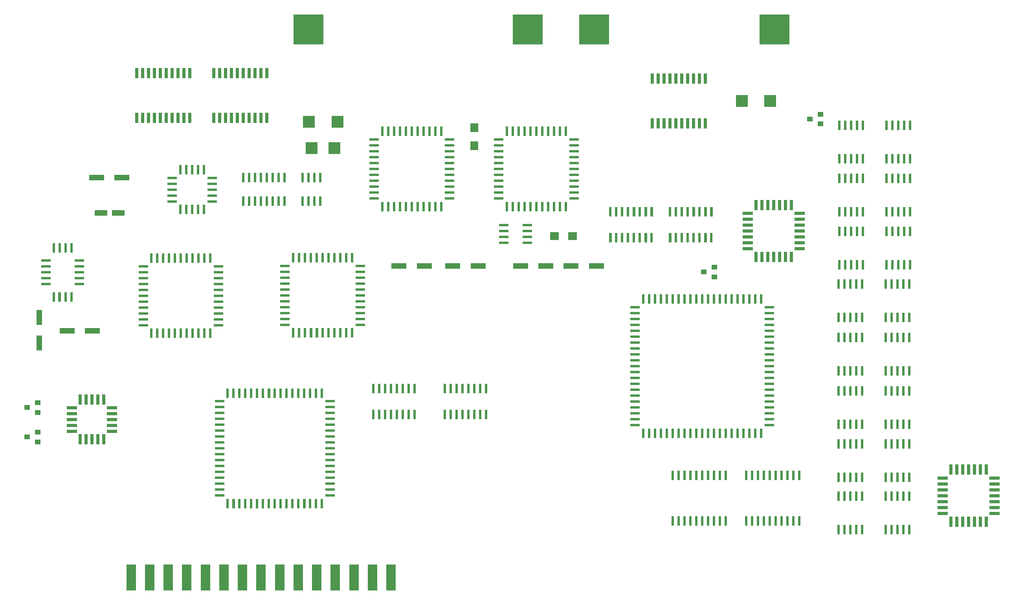
<source format=gbr>
%FSLAX34Y34*%
%MOMM*%
%LNSMDMASK_TOP*%
G71*
G01*
%ADD10R,0.600X2.000*%
%ADD11R,2.000X0.600*%
%ADD12R,2.200X0.640*%
%ADD13R,0.640X2.200*%
%ADD14R,3.200X1.200*%
%ADD15R,1.200X3.200*%
%ADD16R,1.220X1.020*%
%ADD17R,2.700X1.200*%
%ADD18R,6.500X6.500*%
%ADD19R,2.540X2.540*%
%ADD20R,1.900X1.800*%
%ADD21R,1.800X1.900*%
%ADD22R,2.000X5.700*%
%LPD*%
X1536700Y337344D02*
G54D10*
D03*
X1549400Y337344D02*
G54D10*
D03*
X1562100Y337344D02*
G54D10*
D03*
X1574800Y337344D02*
G54D10*
D03*
X1587500Y337344D02*
G54D10*
D03*
X1600200Y337344D02*
G54D10*
D03*
X1612900Y337344D02*
G54D10*
D03*
X1625600Y337344D02*
G54D10*
D03*
X1638300Y337344D02*
G54D10*
D03*
X1651000Y337344D02*
G54D10*
D03*
X1663700Y337344D02*
G54D10*
D03*
X1681700Y319344D02*
G54D11*
D03*
X1681700Y306644D02*
G54D11*
D03*
X1681700Y293944D02*
G54D11*
D03*
X1681700Y281244D02*
G54D11*
D03*
X1681700Y268544D02*
G54D11*
D03*
X1681700Y255844D02*
G54D11*
D03*
X1681700Y243144D02*
G54D11*
D03*
X1681700Y230444D02*
G54D11*
D03*
X1681700Y217744D02*
G54D11*
D03*
X1681700Y205044D02*
G54D11*
D03*
X1681700Y192344D02*
G54D11*
D03*
X1681700Y179644D02*
G54D11*
D03*
X1681700Y166944D02*
G54D11*
D03*
X1681700Y154244D02*
G54D11*
D03*
X1681700Y141544D02*
G54D11*
D03*
X1681700Y128844D02*
G54D11*
D03*
X1681700Y116144D02*
G54D11*
D03*
X1681700Y103444D02*
G54D11*
D03*
X1681700Y90744D02*
G54D11*
D03*
X1681700Y78044D02*
G54D11*
D03*
X1681700Y65344D02*
G54D11*
D03*
X1663700Y47344D02*
G54D10*
D03*
X1651000Y47344D02*
G54D10*
D03*
X1638300Y47344D02*
G54D10*
D03*
X1625600Y47344D02*
G54D10*
D03*
X1612900Y47344D02*
G54D10*
D03*
X1600200Y47344D02*
G54D10*
D03*
X1587500Y47344D02*
G54D10*
D03*
X1574800Y47344D02*
G54D10*
D03*
X1562100Y47344D02*
G54D10*
D03*
X1549400Y47344D02*
G54D10*
D03*
X1536700Y47344D02*
G54D10*
D03*
X1524000Y47344D02*
G54D10*
D03*
X1511300Y47344D02*
G54D10*
D03*
X1498600Y47344D02*
G54D10*
D03*
X1485900Y47344D02*
G54D10*
D03*
X1473200Y47344D02*
G54D10*
D03*
X1460500Y47344D02*
G54D10*
D03*
X1447800Y47344D02*
G54D10*
D03*
X1435100Y47344D02*
G54D10*
D03*
X1422400Y47344D02*
G54D10*
D03*
X1409700Y47344D02*
G54D10*
D03*
X1391700Y65344D02*
G54D11*
D03*
X1391700Y78044D02*
G54D11*
D03*
X1391700Y90744D02*
G54D11*
D03*
X1391700Y103444D02*
G54D11*
D03*
X1391700Y116144D02*
G54D11*
D03*
X1391700Y128844D02*
G54D11*
D03*
X1391700Y141544D02*
G54D11*
D03*
X1391700Y154244D02*
G54D11*
D03*
X1391700Y166944D02*
G54D11*
D03*
X1391700Y179644D02*
G54D11*
D03*
X1391700Y192344D02*
G54D11*
D03*
X1391700Y205044D02*
G54D11*
D03*
X1391700Y217744D02*
G54D11*
D03*
X1391700Y230444D02*
G54D11*
D03*
X1391700Y243144D02*
G54D11*
D03*
X1391700Y255844D02*
G54D11*
D03*
X1391700Y268544D02*
G54D11*
D03*
X1391700Y281244D02*
G54D11*
D03*
X1391700Y293944D02*
G54D11*
D03*
X1391700Y306644D02*
G54D11*
D03*
X1391700Y319344D02*
G54D11*
D03*
X1409700Y337344D02*
G54D10*
D03*
X1422400Y337344D02*
G54D10*
D03*
X1435100Y337344D02*
G54D10*
D03*
X1447800Y337344D02*
G54D10*
D03*
X1460500Y337344D02*
G54D10*
D03*
X1473200Y337344D02*
G54D10*
D03*
X1485900Y337344D02*
G54D10*
D03*
X1498600Y337344D02*
G54D10*
D03*
X1511300Y337344D02*
G54D10*
D03*
X1524000Y337344D02*
G54D10*
D03*
X1098512Y617500D02*
G54D11*
D03*
X1098512Y604800D02*
G54D11*
D03*
X1098512Y592100D02*
G54D11*
D03*
X1098512Y579400D02*
G54D11*
D03*
X1098512Y566700D02*
G54D11*
D03*
X1098512Y554000D02*
G54D11*
D03*
X1116012Y536500D02*
G54D10*
D03*
X1128712Y536500D02*
G54D10*
D03*
X1141412Y536500D02*
G54D10*
D03*
X1154112Y536500D02*
G54D10*
D03*
X1166812Y536500D02*
G54D10*
D03*
X1179512Y536500D02*
G54D10*
D03*
X1192212Y536500D02*
G54D10*
D03*
X1204912Y536500D02*
G54D10*
D03*
X1217612Y536500D02*
G54D10*
D03*
X1230312Y536500D02*
G54D10*
D03*
X1243012Y536500D02*
G54D10*
D03*
X1260512Y554000D02*
G54D11*
D03*
X1260512Y566700D02*
G54D11*
D03*
X1260512Y579400D02*
G54D11*
D03*
X1260512Y592100D02*
G54D11*
D03*
X1260512Y604800D02*
G54D11*
D03*
X1260513Y617500D02*
G54D11*
D03*
X1260513Y630200D02*
G54D11*
D03*
X1260513Y642900D02*
G54D11*
D03*
X1260513Y655600D02*
G54D11*
D03*
X1260513Y668300D02*
G54D11*
D03*
X1260512Y681000D02*
G54D11*
D03*
X1243013Y698500D02*
G54D10*
D03*
X1230312Y698500D02*
G54D10*
D03*
X1217612Y698500D02*
G54D10*
D03*
X1204912Y698500D02*
G54D10*
D03*
X1192212Y698500D02*
G54D10*
D03*
X1179512Y698500D02*
G54D10*
D03*
X1166812Y698500D02*
G54D10*
D03*
X1154112Y698500D02*
G54D10*
D03*
X1141412Y698500D02*
G54D10*
D03*
X1128712Y698500D02*
G54D10*
D03*
X1116012Y698500D02*
G54D10*
D03*
X1098512Y681000D02*
G54D11*
D03*
X1098512Y668300D02*
G54D11*
D03*
X1098512Y655600D02*
G54D11*
D03*
X1098512Y642900D02*
G54D11*
D03*
X1098512Y630200D02*
G54D11*
D03*
X911225Y698500D02*
G54D10*
D03*
X898525Y698500D02*
G54D10*
D03*
X885825Y698500D02*
G54D10*
D03*
X873125Y698500D02*
G54D10*
D03*
X860425Y698500D02*
G54D10*
D03*
X847725Y698500D02*
G54D10*
D03*
X830225Y681000D02*
G54D11*
D03*
X830225Y668300D02*
G54D11*
D03*
X830225Y655600D02*
G54D11*
D03*
X830225Y642900D02*
G54D11*
D03*
X830225Y630200D02*
G54D11*
D03*
X830225Y617500D02*
G54D11*
D03*
X830225Y604800D02*
G54D11*
D03*
X830225Y592100D02*
G54D11*
D03*
X830225Y579400D02*
G54D11*
D03*
X830225Y566700D02*
G54D11*
D03*
X830225Y554000D02*
G54D11*
D03*
X847725Y536500D02*
G54D10*
D03*
X860425Y536500D02*
G54D10*
D03*
X873125Y536500D02*
G54D10*
D03*
X885825Y536500D02*
G54D10*
D03*
X898525Y536500D02*
G54D10*
D03*
X911225Y536500D02*
G54D10*
D03*
X923925Y536500D02*
G54D10*
D03*
X936625Y536500D02*
G54D10*
D03*
X949325Y536500D02*
G54D10*
D03*
X962025Y536500D02*
G54D10*
D03*
X974725Y536500D02*
G54D10*
D03*
X992225Y554000D02*
G54D11*
D03*
X992225Y566700D02*
G54D11*
D03*
X992225Y579400D02*
G54D11*
D03*
X992225Y592100D02*
G54D11*
D03*
X992225Y604800D02*
G54D11*
D03*
X992225Y617500D02*
G54D11*
D03*
X992225Y630200D02*
G54D11*
D03*
X992225Y642900D02*
G54D11*
D03*
X992225Y655600D02*
G54D11*
D03*
X992225Y668300D02*
G54D11*
D03*
X992225Y681000D02*
G54D11*
D03*
X974725Y698500D02*
G54D10*
D03*
X962025Y698500D02*
G54D10*
D03*
X949325Y698500D02*
G54D10*
D03*
X936625Y698500D02*
G54D10*
D03*
X923925Y698500D02*
G54D10*
D03*
X800138Y345244D02*
G54D11*
D03*
X800138Y357944D02*
G54D11*
D03*
X800138Y370644D02*
G54D11*
D03*
X800138Y383344D02*
G54D11*
D03*
X800138Y396044D02*
G54D11*
D03*
X800138Y408744D02*
G54D11*
D03*
X782638Y426244D02*
G54D10*
D03*
X769938Y426244D02*
G54D10*
D03*
X757238Y426244D02*
G54D10*
D03*
X744538Y426244D02*
G54D10*
D03*
X731838Y426244D02*
G54D10*
D03*
X719138Y426244D02*
G54D10*
D03*
X706438Y426244D02*
G54D10*
D03*
X693738Y426244D02*
G54D10*
D03*
X681038Y426244D02*
G54D10*
D03*
X668338Y426244D02*
G54D10*
D03*
X655638Y426244D02*
G54D10*
D03*
X638138Y408744D02*
G54D11*
D03*
X638138Y396044D02*
G54D11*
D03*
X638138Y383344D02*
G54D11*
D03*
X638138Y370644D02*
G54D11*
D03*
X638138Y357944D02*
G54D11*
D03*
X638138Y345244D02*
G54D11*
D03*
X638138Y332544D02*
G54D11*
D03*
X638138Y319844D02*
G54D11*
D03*
X638138Y307144D02*
G54D11*
D03*
X638138Y294444D02*
G54D11*
D03*
X638138Y281744D02*
G54D11*
D03*
X655638Y264244D02*
G54D10*
D03*
X668338Y264244D02*
G54D10*
D03*
X681038Y264244D02*
G54D10*
D03*
G36*
X690737Y274244D02*
X696737Y274244D01*
X696738Y254244D01*
X690738Y254244D01*
X690737Y274244D01*
G37*
G36*
X703437Y274244D02*
X709437Y274244D01*
X709438Y254244D01*
X703438Y254244D01*
X703437Y274244D01*
G37*
X719138Y264244D02*
G54D10*
D03*
X731838Y264244D02*
G54D10*
D03*
X744538Y264244D02*
G54D10*
D03*
X757238Y264244D02*
G54D10*
D03*
X769938Y264244D02*
G54D10*
D03*
X782638Y264244D02*
G54D10*
D03*
X800138Y281744D02*
G54D11*
D03*
X800138Y294444D02*
G54D11*
D03*
X800138Y307144D02*
G54D11*
D03*
X800138Y319844D02*
G54D11*
D03*
X800138Y332544D02*
G54D11*
D03*
X494544Y344450D02*
G54D11*
D03*
X494544Y357150D02*
G54D11*
D03*
X494544Y369850D02*
G54D11*
D03*
X494544Y382550D02*
G54D11*
D03*
X494544Y395250D02*
G54D11*
D03*
X494544Y407950D02*
G54D11*
D03*
X477044Y425450D02*
G54D10*
D03*
X464344Y425450D02*
G54D10*
D03*
X451644Y425450D02*
G54D10*
D03*
X438944Y425450D02*
G54D10*
D03*
X426244Y425450D02*
G54D10*
D03*
X413544Y425450D02*
G54D10*
D03*
X400844Y425450D02*
G54D10*
D03*
X388144Y425450D02*
G54D10*
D03*
X375444Y425450D02*
G54D10*
D03*
X362744Y425450D02*
G54D10*
D03*
X350044Y425450D02*
G54D10*
D03*
X332544Y407950D02*
G54D11*
D03*
X332544Y395250D02*
G54D11*
D03*
X332544Y382550D02*
G54D11*
D03*
X332544Y369850D02*
G54D11*
D03*
X332544Y357150D02*
G54D11*
D03*
X332544Y344450D02*
G54D11*
D03*
X332544Y331750D02*
G54D11*
D03*
X332544Y319050D02*
G54D11*
D03*
X332544Y306350D02*
G54D11*
D03*
X332544Y293650D02*
G54D11*
D03*
X332544Y280950D02*
G54D11*
D03*
X350044Y263450D02*
G54D10*
D03*
X362744Y263450D02*
G54D10*
D03*
X375444Y263450D02*
G54D10*
D03*
X388144Y263450D02*
G54D10*
D03*
X400844Y263450D02*
G54D10*
D03*
X413544Y263450D02*
G54D10*
D03*
X426244Y263450D02*
G54D10*
D03*
X438944Y263450D02*
G54D10*
D03*
X451644Y263450D02*
G54D10*
D03*
X464344Y263450D02*
G54D10*
D03*
X477044Y263450D02*
G54D10*
D03*
X494544Y280950D02*
G54D11*
D03*
X494544Y293650D02*
G54D11*
D03*
X494544Y306350D02*
G54D11*
D03*
X494544Y319050D02*
G54D11*
D03*
X494544Y331750D02*
G54D11*
D03*
X395150Y572950D02*
G54D11*
D03*
X395150Y560250D02*
G54D11*
D03*
X395150Y547550D02*
G54D11*
D03*
X412750Y529950D02*
G54D10*
D03*
X425450Y529950D02*
G54D10*
D03*
X438150Y529950D02*
G54D10*
D03*
X450850Y529950D02*
G54D10*
D03*
X463550Y529950D02*
G54D10*
D03*
X481150Y547550D02*
G54D11*
D03*
X481150Y560250D02*
G54D11*
D03*
X481150Y572950D02*
G54D11*
D03*
X481150Y585650D02*
G54D11*
D03*
X481150Y598350D02*
G54D11*
D03*
X463550Y615950D02*
G54D10*
D03*
X450850Y615950D02*
G54D10*
D03*
X438150Y615950D02*
G54D10*
D03*
X425450Y615950D02*
G54D10*
D03*
X412750Y615950D02*
G54D10*
D03*
X395150Y598350D02*
G54D11*
D03*
X395150Y585650D02*
G54D11*
D03*
X615950Y-103856D02*
G54D10*
D03*
X628650Y-103856D02*
G54D10*
D03*
X641350Y-103856D02*
G54D10*
D03*
X654050Y-103856D02*
G54D10*
D03*
X666750Y-103856D02*
G54D10*
D03*
G36*
X676449Y-93856D02*
X682449Y-93856D01*
X682450Y-113856D01*
X676450Y-113856D01*
X676449Y-93856D01*
G37*
X692150Y-103856D02*
G54D10*
D03*
X704850Y-103856D02*
G54D10*
D03*
X717550Y-103856D02*
G54D10*
D03*
X734950Y-86456D02*
G54D11*
D03*
X734950Y-73756D02*
G54D11*
D03*
X734950Y-61056D02*
G54D11*
D03*
X734950Y-48356D02*
G54D11*
D03*
X734950Y-35656D02*
G54D11*
D03*
X734950Y-22956D02*
G54D11*
D03*
X734950Y-10256D02*
G54D11*
D03*
X734950Y2444D02*
G54D11*
D03*
X734950Y15144D02*
G54D11*
D03*
X734950Y27844D02*
G54D11*
D03*
X734950Y40544D02*
G54D11*
D03*
X734950Y53244D02*
G54D11*
D03*
X734950Y65944D02*
G54D11*
D03*
X734950Y78644D02*
G54D11*
D03*
X734950Y91344D02*
G54D11*
D03*
X734950Y104044D02*
G54D11*
D03*
X734950Y116744D02*
G54D11*
D03*
X717550Y134144D02*
G54D10*
D03*
X704850Y134144D02*
G54D10*
D03*
X692150Y134144D02*
G54D10*
D03*
X679450Y134144D02*
G54D10*
D03*
X666750Y134144D02*
G54D10*
D03*
X654050Y134144D02*
G54D10*
D03*
X641350Y134144D02*
G54D10*
D03*
X628650Y134144D02*
G54D10*
D03*
X615950Y134144D02*
G54D10*
D03*
G36*
X600250Y144144D02*
X606250Y144144D01*
X606250Y124144D01*
X600250Y124144D01*
X600250Y144144D01*
G37*
X590550Y134144D02*
G54D10*
D03*
X577850Y134144D02*
G54D10*
D03*
X565150Y134144D02*
G54D10*
D03*
X552450Y134144D02*
G54D10*
D03*
X539750Y134144D02*
G54D10*
D03*
X527050Y134144D02*
G54D10*
D03*
X514350Y134144D02*
G54D10*
D03*
X496950Y116744D02*
G54D11*
D03*
X496950Y104044D02*
G54D11*
D03*
X496950Y91344D02*
G54D11*
D03*
X496950Y78644D02*
G54D11*
D03*
X496950Y65944D02*
G54D11*
D03*
X496950Y53244D02*
G54D11*
D03*
X496950Y40544D02*
G54D11*
D03*
X496950Y27844D02*
G54D11*
D03*
X496950Y15144D02*
G54D11*
D03*
X496950Y2444D02*
G54D11*
D03*
X496950Y-10256D02*
G54D11*
D03*
X496950Y-22956D02*
G54D11*
D03*
X496950Y-35656D02*
G54D11*
D03*
X496950Y-48356D02*
G54D11*
D03*
X496950Y-61056D02*
G54D11*
D03*
X496950Y-73756D02*
G54D11*
D03*
X496950Y-86456D02*
G54D11*
D03*
X514350Y-103856D02*
G54D10*
D03*
G36*
X524050Y-93856D02*
X530050Y-93856D01*
X530051Y-113856D01*
X524051Y-113856D01*
X524050Y-93856D01*
G37*
X539750Y-103856D02*
G54D10*
D03*
X552450Y-103856D02*
G54D10*
D03*
X565150Y-103856D02*
G54D10*
D03*
X577850Y-103856D02*
G54D10*
D03*
X590550Y-103856D02*
G54D10*
D03*
X603250Y-103856D02*
G54D10*
D03*
X265250Y77650D02*
G54D12*
D03*
X265250Y90350D02*
G54D12*
D03*
X265250Y103050D02*
G54D12*
D03*
X247650Y120650D02*
G54D13*
D03*
X234950Y120650D02*
G54D13*
D03*
X222250Y120650D02*
G54D13*
D03*
X209550Y120650D02*
G54D13*
D03*
X196850Y120650D02*
G54D13*
D03*
X179250Y103050D02*
G54D12*
D03*
X179250Y90350D02*
G54D12*
D03*
X179250Y77650D02*
G54D12*
D03*
X179250Y64950D02*
G54D12*
D03*
X179250Y52250D02*
G54D12*
D03*
X196850Y34650D02*
G54D13*
D03*
X209550Y34650D02*
G54D13*
D03*
X222250Y34650D02*
G54D13*
D03*
X234950Y34650D02*
G54D13*
D03*
X247650Y34650D02*
G54D13*
D03*
X265250Y52250D02*
G54D12*
D03*
X265250Y64950D02*
G54D12*
D03*
X165100Y341675D02*
G54D10*
D03*
X177700Y341675D02*
G54D10*
D03*
X194700Y369275D02*
G54D11*
D03*
X194700Y381975D02*
G54D11*
D03*
X194700Y394675D02*
G54D11*
D03*
X194700Y407375D02*
G54D11*
D03*
X194700Y420075D02*
G54D11*
D03*
X177700Y447675D02*
G54D10*
D03*
X165100Y447675D02*
G54D10*
D03*
X152300Y447675D02*
G54D10*
D03*
X139700Y447675D02*
G54D10*
D03*
X122700Y420075D02*
G54D11*
D03*
X122700Y407375D02*
G54D11*
D03*
X122700Y394675D02*
G54D11*
D03*
X122700Y381975D02*
G54D11*
D03*
X122700Y369275D02*
G54D11*
D03*
X139700Y341675D02*
G54D10*
D03*
G36*
X149300Y351675D02*
X155300Y351675D01*
X155300Y331675D01*
X149300Y331675D01*
X149300Y351675D01*
G37*
X1690688Y539750D02*
G54D13*
D03*
X1677988Y539750D02*
G54D13*
D03*
X1665288Y539750D02*
G54D13*
D03*
X1652588Y539750D02*
G54D13*
D03*
X1634688Y521850D02*
G54D12*
D03*
X1634688Y509150D02*
G54D12*
D03*
X1634688Y496450D02*
G54D12*
D03*
X1634688Y483750D02*
G54D12*
D03*
X1634688Y471050D02*
G54D12*
D03*
X1634688Y458350D02*
G54D12*
D03*
X1634688Y445650D02*
G54D12*
D03*
X1652588Y427750D02*
G54D13*
D03*
X1665288Y427750D02*
G54D13*
D03*
X1677988Y427750D02*
G54D13*
D03*
X1690688Y427750D02*
G54D13*
D03*
X1703388Y427750D02*
G54D13*
D03*
X1716088Y427750D02*
G54D13*
D03*
X1728788Y427750D02*
G54D13*
D03*
X1746688Y445650D02*
G54D12*
D03*
X1746688Y458350D02*
G54D12*
D03*
X1746688Y471050D02*
G54D12*
D03*
X1746688Y483750D02*
G54D12*
D03*
X1746688Y496450D02*
G54D12*
D03*
X1746688Y509150D02*
G54D12*
D03*
X1746688Y521850D02*
G54D12*
D03*
X1728788Y539750D02*
G54D13*
D03*
X1716088Y539750D02*
G54D13*
D03*
X1703388Y539750D02*
G54D13*
D03*
X1159709Y458540D02*
G54D11*
D03*
X1159709Y471240D02*
G54D11*
D03*
X1159709Y483940D02*
G54D11*
D03*
X1159709Y496640D02*
G54D11*
D03*
X1109709Y496640D02*
G54D11*
D03*
X1109709Y483940D02*
G54D11*
D03*
X1109709Y471240D02*
G54D11*
D03*
X1109709Y458540D02*
G54D11*
D03*
X675481Y548488D02*
G54D10*
D03*
X688181Y548488D02*
G54D10*
D03*
X700881Y548488D02*
G54D10*
D03*
X713581Y548488D02*
G54D10*
D03*
X713581Y598488D02*
G54D10*
D03*
X700881Y598488D02*
G54D10*
D03*
X688181Y598488D02*
G54D10*
D03*
X675481Y598488D02*
G54D10*
D03*
X1587500Y-42862D02*
G54D10*
D03*
X1574800Y-42862D02*
G54D10*
D03*
X1562100Y-42862D02*
G54D10*
D03*
X1549400Y-42862D02*
G54D10*
D03*
X1536700Y-42862D02*
G54D10*
D03*
X1524000Y-42862D02*
G54D10*
D03*
X1511300Y-42862D02*
G54D10*
D03*
X1498600Y-42862D02*
G54D10*
D03*
X1485900Y-42862D02*
G54D10*
D03*
X1473200Y-42862D02*
G54D10*
D03*
X1473200Y-141212D02*
G54D10*
D03*
X1485900Y-141212D02*
G54D10*
D03*
X1498600Y-141212D02*
G54D10*
D03*
X1511300Y-141212D02*
G54D10*
D03*
X1524000Y-141212D02*
G54D10*
D03*
X1536700Y-141212D02*
G54D10*
D03*
X1549400Y-141212D02*
G54D10*
D03*
X1562100Y-141212D02*
G54D10*
D03*
X1574800Y-141212D02*
G54D10*
D03*
X1587500Y-141212D02*
G54D10*
D03*
X1830388Y-160106D02*
G54D10*
D03*
X1843088Y-160106D02*
G54D10*
D03*
X1855788Y-160106D02*
G54D10*
D03*
X1868488Y-160106D02*
G54D10*
D03*
X1881188Y-160106D02*
G54D10*
D03*
X1931988Y-160106D02*
G54D10*
D03*
X1944688Y-160106D02*
G54D10*
D03*
X1957388Y-160106D02*
G54D10*
D03*
X1970088Y-160106D02*
G54D10*
D03*
X1982788Y-160106D02*
G54D10*
D03*
X1982788Y-88106D02*
G54D10*
D03*
X1970088Y-88106D02*
G54D10*
D03*
X1957388Y-88106D02*
G54D10*
D03*
X1944688Y-88106D02*
G54D10*
D03*
X1931988Y-88106D02*
G54D10*
D03*
X1881188Y-88106D02*
G54D10*
D03*
X1868488Y-88106D02*
G54D10*
D03*
X1855788Y-88106D02*
G54D10*
D03*
X1843088Y-88106D02*
G54D10*
D03*
X1830388Y-88106D02*
G54D10*
D03*
X1830388Y-47394D02*
G54D10*
D03*
X1843088Y-47394D02*
G54D10*
D03*
X1855788Y-47394D02*
G54D10*
D03*
X1868488Y-47394D02*
G54D10*
D03*
X1881188Y-47394D02*
G54D10*
D03*
X1931988Y-47394D02*
G54D10*
D03*
X1944688Y-47394D02*
G54D10*
D03*
X1957388Y-47394D02*
G54D10*
D03*
X1970088Y-47394D02*
G54D10*
D03*
X1982788Y-47394D02*
G54D10*
D03*
X1982788Y24606D02*
G54D10*
D03*
X1970088Y24606D02*
G54D10*
D03*
X1957388Y24606D02*
G54D10*
D03*
X1944688Y24606D02*
G54D10*
D03*
X1931988Y24606D02*
G54D10*
D03*
X1881188Y24606D02*
G54D10*
D03*
X1868488Y24606D02*
G54D10*
D03*
X1855788Y24606D02*
G54D10*
D03*
X1843088Y24606D02*
G54D10*
D03*
X1830388Y24606D02*
G54D10*
D03*
X1830388Y66906D02*
G54D10*
D03*
X1843088Y66906D02*
G54D10*
D03*
X1855788Y66906D02*
G54D10*
D03*
X1868488Y66906D02*
G54D10*
D03*
X1881188Y66906D02*
G54D10*
D03*
X1931988Y66906D02*
G54D10*
D03*
X1944688Y66906D02*
G54D10*
D03*
X1957388Y66906D02*
G54D10*
D03*
X1970088Y66906D02*
G54D10*
D03*
X1982788Y66906D02*
G54D10*
D03*
X1982788Y138906D02*
G54D10*
D03*
X1970088Y138906D02*
G54D10*
D03*
X1957388Y138906D02*
G54D10*
D03*
X1944688Y138906D02*
G54D10*
D03*
X1931988Y138906D02*
G54D10*
D03*
X1881188Y138906D02*
G54D10*
D03*
X1868488Y138906D02*
G54D10*
D03*
X1855788Y138906D02*
G54D10*
D03*
X1843088Y138906D02*
G54D10*
D03*
X1830388Y138906D02*
G54D10*
D03*
X1830388Y182000D02*
G54D10*
D03*
X1843088Y182000D02*
G54D10*
D03*
X1855788Y182000D02*
G54D10*
D03*
X1868488Y182000D02*
G54D10*
D03*
X1881188Y182000D02*
G54D10*
D03*
X1931988Y182000D02*
G54D10*
D03*
X1944688Y182000D02*
G54D10*
D03*
X1957388Y182000D02*
G54D10*
D03*
X1970088Y182000D02*
G54D10*
D03*
X1982788Y182000D02*
G54D10*
D03*
X1982788Y254000D02*
G54D10*
D03*
X1970088Y254000D02*
G54D10*
D03*
X1957388Y254000D02*
G54D10*
D03*
X1944688Y254000D02*
G54D10*
D03*
X1931988Y254000D02*
G54D10*
D03*
X1881188Y254000D02*
G54D10*
D03*
X1868488Y254000D02*
G54D10*
D03*
X1855788Y254000D02*
G54D10*
D03*
X1843088Y254000D02*
G54D10*
D03*
X1830388Y254000D02*
G54D10*
D03*
X1830388Y297094D02*
G54D10*
D03*
X1843088Y297094D02*
G54D10*
D03*
X1855788Y297094D02*
G54D10*
D03*
X1868488Y297094D02*
G54D10*
D03*
X1881188Y297094D02*
G54D10*
D03*
X1931988Y297094D02*
G54D10*
D03*
X1944688Y297094D02*
G54D10*
D03*
X1957388Y297094D02*
G54D10*
D03*
X1970088Y297094D02*
G54D10*
D03*
X1982788Y297094D02*
G54D10*
D03*
X1982788Y369094D02*
G54D10*
D03*
X1970088Y369094D02*
G54D10*
D03*
X1957388Y369094D02*
G54D10*
D03*
X1944688Y369094D02*
G54D10*
D03*
X1931988Y369094D02*
G54D10*
D03*
X1881188Y369094D02*
G54D10*
D03*
X1868488Y369094D02*
G54D10*
D03*
X1855788Y369094D02*
G54D10*
D03*
X1843088Y369094D02*
G54D10*
D03*
X1830388Y369094D02*
G54D10*
D03*
X1831975Y410600D02*
G54D10*
D03*
X1844675Y410600D02*
G54D10*
D03*
X1857375Y410600D02*
G54D10*
D03*
X1870075Y410600D02*
G54D10*
D03*
X1882775Y410600D02*
G54D10*
D03*
X1933575Y410600D02*
G54D10*
D03*
X1946275Y410600D02*
G54D10*
D03*
X1958975Y410600D02*
G54D10*
D03*
X1971675Y410600D02*
G54D10*
D03*
X1984375Y410600D02*
G54D10*
D03*
X1984375Y482600D02*
G54D10*
D03*
X1971675Y482600D02*
G54D10*
D03*
X1958975Y482600D02*
G54D10*
D03*
X1946275Y482600D02*
G54D10*
D03*
X1933575Y482600D02*
G54D10*
D03*
X1882775Y482600D02*
G54D10*
D03*
X1870075Y482600D02*
G54D10*
D03*
X1857375Y482600D02*
G54D10*
D03*
X1844675Y482600D02*
G54D10*
D03*
X1831975Y482600D02*
G54D10*
D03*
X1831975Y524900D02*
G54D10*
D03*
X1844675Y524900D02*
G54D10*
D03*
X1857375Y524900D02*
G54D10*
D03*
X1870075Y524900D02*
G54D10*
D03*
X1882775Y524900D02*
G54D10*
D03*
X1933575Y524900D02*
G54D10*
D03*
X1946275Y524900D02*
G54D10*
D03*
X1958975Y524900D02*
G54D10*
D03*
X1971675Y524900D02*
G54D10*
D03*
X1984375Y524900D02*
G54D10*
D03*
X1984375Y596900D02*
G54D10*
D03*
X1971675Y596900D02*
G54D10*
D03*
X1958975Y596900D02*
G54D10*
D03*
X1946275Y596900D02*
G54D10*
D03*
X1933575Y596900D02*
G54D10*
D03*
X1882775Y596900D02*
G54D10*
D03*
X1870075Y596900D02*
G54D10*
D03*
X1857375Y596900D02*
G54D10*
D03*
X1844675Y596900D02*
G54D10*
D03*
X1831975Y596900D02*
G54D10*
D03*
X1831975Y639200D02*
G54D10*
D03*
X1844675Y639200D02*
G54D10*
D03*
X1857375Y639200D02*
G54D10*
D03*
X1870075Y639200D02*
G54D10*
D03*
X1882775Y639200D02*
G54D10*
D03*
X1933575Y639200D02*
G54D10*
D03*
X1946275Y639200D02*
G54D10*
D03*
X1958975Y639200D02*
G54D10*
D03*
X1971675Y639200D02*
G54D10*
D03*
X1984375Y639200D02*
G54D10*
D03*
X1984375Y711200D02*
G54D10*
D03*
X1971675Y711200D02*
G54D10*
D03*
X1958975Y711200D02*
G54D10*
D03*
X1946275Y711200D02*
G54D10*
D03*
X1933575Y711200D02*
G54D10*
D03*
X1882775Y711200D02*
G54D10*
D03*
X1870075Y711200D02*
G54D10*
D03*
X1857375Y711200D02*
G54D10*
D03*
X1844675Y711200D02*
G54D10*
D03*
X1831975Y711200D02*
G54D10*
D03*
X1200150Y407988D02*
G54D14*
D03*
X1145381Y407988D02*
G54D14*
D03*
X1308894Y407988D02*
G54D14*
D03*
X1254125Y407988D02*
G54D14*
D03*
G36*
X1464644Y479112D02*
X1470644Y479113D01*
X1470644Y459113D01*
X1464644Y459112D01*
X1464644Y479112D01*
G37*
X1480344Y469112D02*
G54D10*
D03*
X1493044Y469112D02*
G54D10*
D03*
X1505744Y469112D02*
G54D10*
D03*
X1518444Y469112D02*
G54D10*
D03*
X1531144Y469112D02*
G54D10*
D03*
G36*
X1540844Y479112D02*
X1546844Y479112D01*
X1546844Y459112D01*
X1540844Y459112D01*
X1540844Y479112D01*
G37*
X1556544Y469112D02*
G54D10*
D03*
G36*
X1553544Y535462D02*
X1559544Y535463D01*
X1559544Y515463D01*
X1553544Y515462D01*
X1553544Y535462D01*
G37*
G36*
X1540844Y535462D02*
X1546844Y535462D01*
X1546844Y515462D01*
X1540844Y515462D01*
X1540844Y535462D01*
G37*
X1531144Y525462D02*
G54D10*
D03*
G36*
X1515444Y535462D02*
X1521444Y535462D01*
X1521444Y515462D01*
X1515444Y515462D01*
X1515444Y535462D01*
G37*
X1505744Y525462D02*
G54D10*
D03*
X1493044Y525462D02*
G54D10*
D03*
X1480344Y525462D02*
G54D10*
D03*
X1467644Y525462D02*
G54D10*
D03*
X938212Y407988D02*
G54D14*
D03*
X883444Y407988D02*
G54D14*
D03*
X1054100Y407988D02*
G54D14*
D03*
X999331Y407988D02*
G54D14*
D03*
X636588Y598488D02*
G54D10*
D03*
X623888Y598488D02*
G54D10*
D03*
X611188Y598488D02*
G54D10*
D03*
X598488Y598488D02*
G54D10*
D03*
X585788Y598488D02*
G54D10*
D03*
X573088Y598488D02*
G54D10*
D03*
X560388Y598488D02*
G54D10*
D03*
X547688Y598488D02*
G54D10*
D03*
X547688Y548488D02*
G54D10*
D03*
X560388Y548488D02*
G54D10*
D03*
X573088Y548488D02*
G54D10*
D03*
X585788Y548488D02*
G54D10*
D03*
X598488Y548488D02*
G54D10*
D03*
X611188Y548488D02*
G54D10*
D03*
X623888Y548488D02*
G54D10*
D03*
X636588Y548488D02*
G54D10*
D03*
X286544Y598488D02*
G54D14*
D03*
X231775Y598488D02*
G54D14*
D03*
X223044Y268288D02*
G54D14*
D03*
X168275Y268288D02*
G54D14*
D03*
X108179Y242778D02*
G54D15*
D03*
X108179Y297547D02*
G54D15*
D03*
X82550Y103188D02*
G54D16*
D03*
X105450Y92988D02*
G54D16*
D03*
X105450Y113388D02*
G54D16*
D03*
X82550Y39688D02*
G54D16*
D03*
X105450Y29488D02*
G54D16*
D03*
X105450Y49888D02*
G54D16*
D03*
X1768475Y724694D02*
G54D16*
D03*
X1791375Y714494D02*
G54D16*
D03*
X1791375Y734894D02*
G54D16*
D03*
X2055019Y-86519D02*
G54D12*
D03*
X2055019Y-99219D02*
G54D12*
D03*
X2055019Y-111919D02*
G54D12*
D03*
X2055019Y-124619D02*
G54D12*
D03*
X2072919Y-142519D02*
G54D13*
D03*
X2085619Y-142519D02*
G54D13*
D03*
X2098319Y-142519D02*
G54D13*
D03*
X2111019Y-142519D02*
G54D13*
D03*
X2123719Y-142519D02*
G54D13*
D03*
X2136419Y-142519D02*
G54D13*
D03*
X2149119Y-142519D02*
G54D13*
D03*
X2167019Y-124619D02*
G54D12*
D03*
X2167019Y-111919D02*
G54D12*
D03*
X2167019Y-99219D02*
G54D12*
D03*
X2167019Y-86519D02*
G54D12*
D03*
X2167019Y-73819D02*
G54D12*
D03*
X2167019Y-61119D02*
G54D12*
D03*
X2167019Y-48419D02*
G54D12*
D03*
X2149119Y-30519D02*
G54D13*
D03*
X2136419Y-30519D02*
G54D13*
D03*
X2123719Y-30519D02*
G54D13*
D03*
X2111019Y-30519D02*
G54D13*
D03*
X2098319Y-30519D02*
G54D13*
D03*
X2085619Y-30519D02*
G54D13*
D03*
X2072919Y-30519D02*
G54D13*
D03*
X2055019Y-48419D02*
G54D12*
D03*
X2055019Y-61119D02*
G54D12*
D03*
X2055019Y-73819D02*
G54D12*
D03*
X241300Y522288D02*
G54D17*
D03*
X278606Y522288D02*
G54D17*
D03*
X484188Y727912D02*
G54D13*
D03*
X496888Y727912D02*
G54D13*
D03*
X509588Y727912D02*
G54D13*
D03*
X522288Y727912D02*
G54D13*
D03*
X534988Y727912D02*
G54D13*
D03*
X547688Y727912D02*
G54D13*
D03*
X560388Y727912D02*
G54D13*
D03*
X573088Y727912D02*
G54D13*
D03*
X585788Y727912D02*
G54D13*
D03*
X598488Y727912D02*
G54D13*
D03*
X598488Y823912D02*
G54D13*
D03*
X585788Y823912D02*
G54D13*
D03*
X573088Y823912D02*
G54D13*
D03*
X560388Y823912D02*
G54D13*
D03*
X547688Y823912D02*
G54D13*
D03*
X534988Y823912D02*
G54D13*
D03*
X522288Y823912D02*
G54D13*
D03*
X509588Y823912D02*
G54D13*
D03*
X496888Y823912D02*
G54D13*
D03*
X484188Y823912D02*
G54D13*
D03*
X318294Y727912D02*
G54D13*
D03*
X330994Y727912D02*
G54D13*
D03*
X343694Y727912D02*
G54D13*
D03*
X356394Y727912D02*
G54D13*
D03*
X369094Y727912D02*
G54D13*
D03*
X381794Y727912D02*
G54D13*
D03*
X394494Y727912D02*
G54D13*
D03*
X407194Y727912D02*
G54D13*
D03*
X419894Y727912D02*
G54D13*
D03*
X432594Y727912D02*
G54D13*
D03*
X432594Y823912D02*
G54D13*
D03*
X419894Y823912D02*
G54D13*
D03*
X407194Y823912D02*
G54D13*
D03*
X394494Y823912D02*
G54D13*
D03*
X381794Y823912D02*
G54D13*
D03*
X369094Y823912D02*
G54D13*
D03*
X356394Y823912D02*
G54D13*
D03*
X343694Y823912D02*
G54D13*
D03*
X330994Y823912D02*
G54D13*
D03*
X318294Y823912D02*
G54D13*
D03*
X1429544Y716006D02*
G54D13*
D03*
X1442244Y716006D02*
G54D13*
D03*
X1454944Y716006D02*
G54D13*
D03*
X1467644Y716006D02*
G54D13*
D03*
X1480344Y716006D02*
G54D13*
D03*
X1493044Y716006D02*
G54D13*
D03*
X1505744Y716006D02*
G54D13*
D03*
X1518444Y716006D02*
G54D13*
D03*
X1531144Y716006D02*
G54D13*
D03*
X1543844Y716006D02*
G54D13*
D03*
X1543844Y812006D02*
G54D13*
D03*
X1531144Y812006D02*
G54D13*
D03*
X1518444Y812006D02*
G54D13*
D03*
X1505744Y812006D02*
G54D13*
D03*
X1493044Y812006D02*
G54D13*
D03*
X1480344Y812006D02*
G54D13*
D03*
X1467644Y812006D02*
G54D13*
D03*
X1454944Y812006D02*
G54D13*
D03*
X1442244Y812006D02*
G54D13*
D03*
X1429544Y812006D02*
G54D13*
D03*
X1304044Y918172D02*
G54D18*
D03*
X1692981Y918172D02*
G54D18*
D03*
X1622425Y763588D02*
G54D19*
D03*
X1683544Y763588D02*
G54D19*
D03*
G36*
X1336056Y479112D02*
X1342056Y479113D01*
X1342057Y459113D01*
X1336057Y459112D01*
X1336056Y479112D01*
G37*
X1351756Y469112D02*
G54D10*
D03*
X1364456Y469112D02*
G54D10*
D03*
X1377156Y469112D02*
G54D10*
D03*
X1389856Y469112D02*
G54D10*
D03*
X1402556Y469112D02*
G54D10*
D03*
G36*
X1412256Y479112D02*
X1418256Y479112D01*
X1418257Y459112D01*
X1412257Y459112D01*
X1412256Y479112D01*
G37*
X1427956Y469112D02*
G54D10*
D03*
G36*
X1424956Y535462D02*
X1430956Y535463D01*
X1430957Y515463D01*
X1424957Y515462D01*
X1424956Y535462D01*
G37*
G36*
X1412256Y535462D02*
X1418256Y535462D01*
X1418257Y515462D01*
X1412257Y515462D01*
X1412256Y535462D01*
G37*
X1402556Y525462D02*
G54D10*
D03*
G36*
X1386856Y535462D02*
X1392856Y535462D01*
X1392857Y515462D01*
X1386857Y515462D01*
X1386856Y535462D01*
G37*
X1377156Y525462D02*
G54D10*
D03*
X1364456Y525462D02*
G54D10*
D03*
X1351756Y525462D02*
G54D10*
D03*
X1339056Y525462D02*
G54D10*
D03*
X1218406Y473075D02*
G54D20*
D03*
X1257406Y473075D02*
G54D20*
D03*
X1539875Y395288D02*
G54D16*
D03*
X1562775Y385088D02*
G54D16*
D03*
X1562775Y405488D02*
G54D16*
D03*
X1046162Y706438D02*
G54D21*
D03*
X1046162Y667438D02*
G54D21*
D03*
X917178Y144626D02*
G54D10*
D03*
X904478Y144626D02*
G54D10*
D03*
X891778Y144627D02*
G54D10*
D03*
X879078Y144626D02*
G54D10*
D03*
X866378Y144626D02*
G54D10*
D03*
X853678Y144627D02*
G54D10*
D03*
X840978Y144627D02*
G54D10*
D03*
X828278Y144626D02*
G54D10*
D03*
X828278Y88276D02*
G54D10*
D03*
X840978Y88276D02*
G54D10*
D03*
X853678Y88276D02*
G54D10*
D03*
X866378Y88276D02*
G54D10*
D03*
X879078Y88276D02*
G54D10*
D03*
X891778Y88276D02*
G54D10*
D03*
X904478Y88276D02*
G54D10*
D03*
X917178Y88276D02*
G54D10*
D03*
X1071165Y144626D02*
G54D10*
D03*
X1058465Y144627D02*
G54D10*
D03*
X1045765Y144627D02*
G54D10*
D03*
X1033066Y144627D02*
G54D10*
D03*
X1020366Y144627D02*
G54D10*
D03*
X1007665Y144627D02*
G54D10*
D03*
X994965Y144627D02*
G54D10*
D03*
X982265Y144627D02*
G54D10*
D03*
X982265Y88276D02*
G54D10*
D03*
X994966Y88277D02*
G54D10*
D03*
X1007666Y88277D02*
G54D10*
D03*
X1020365Y88277D02*
G54D10*
D03*
X1033065Y88277D02*
G54D10*
D03*
X1045765Y88277D02*
G54D10*
D03*
X1058465Y88277D02*
G54D10*
D03*
X1071165Y88277D02*
G54D10*
D03*
X1746250Y-42862D02*
G54D10*
D03*
X1733550Y-42862D02*
G54D10*
D03*
X1720850Y-42862D02*
G54D10*
D03*
X1708150Y-42862D02*
G54D10*
D03*
X1695450Y-42862D02*
G54D10*
D03*
X1682750Y-42862D02*
G54D10*
D03*
X1670050Y-42862D02*
G54D10*
D03*
X1657350Y-42862D02*
G54D10*
D03*
X1644650Y-42862D02*
G54D10*
D03*
X1631950Y-42862D02*
G54D10*
D03*
X1631950Y-141212D02*
G54D10*
D03*
X1644650Y-141212D02*
G54D10*
D03*
X1657350Y-141212D02*
G54D10*
D03*
X1670050Y-141212D02*
G54D10*
D03*
X1682750Y-141212D02*
G54D10*
D03*
X1695450Y-141212D02*
G54D10*
D03*
X1708150Y-141212D02*
G54D10*
D03*
X1720850Y-141212D02*
G54D10*
D03*
X1733550Y-141212D02*
G54D10*
D03*
X1746250Y-141212D02*
G54D10*
D03*
X689769Y719138D02*
G54D19*
D03*
X750888Y719138D02*
G54D19*
D03*
X695325Y661988D02*
G54D19*
D03*
X744538Y661988D02*
G54D19*
D03*
X306388Y-262731D02*
G54D22*
D03*
X386388Y-262731D02*
G54D22*
D03*
X346388Y-262731D02*
G54D22*
D03*
X426388Y-262731D02*
G54D22*
D03*
X466388Y-262731D02*
G54D22*
D03*
X506388Y-262731D02*
G54D22*
D03*
X546388Y-262731D02*
G54D22*
D03*
X586388Y-262731D02*
G54D22*
D03*
X626388Y-262731D02*
G54D22*
D03*
X666388Y-262731D02*
G54D22*
D03*
X706388Y-262731D02*
G54D22*
D03*
X746388Y-262731D02*
G54D22*
D03*
X786388Y-262731D02*
G54D22*
D03*
X826388Y-262731D02*
G54D22*
D03*
X866388Y-262731D02*
G54D22*
D03*
X688181Y918347D02*
G54D18*
D03*
X1161256Y918347D02*
G54D18*
D03*
M02*

</source>
